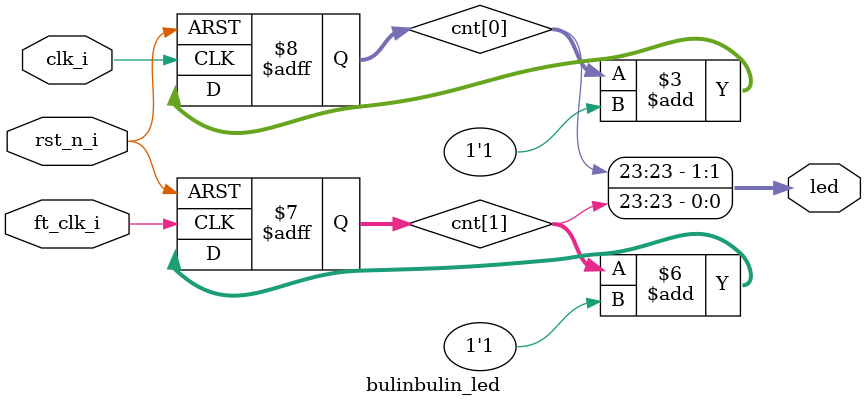
<source format=sv>
`timescale 1ns/1ps
module bulinbulin_led(
	input	logic		rst_n_i,
	input	logic		clk_i,
	input	logic		ft_clk_i,
	output	logic[1:0]	led
);
	
	reg[23:0]	cnt[1:0];
	
	assign led = {cnt[0][23],cnt[1][23]};

	always_ff@(posedge clk_i or negedge rst_n_i)
	if(!rst_n_i)
		cnt[0] <= 'd0;
	else
		cnt[0] <= cnt[0] + 1'b1;
		
	always_ff@(posedge ft_clk_i or negedge rst_n_i)
	if(!rst_n_i)
		cnt[1] <= 'd0;
	else
		cnt[1] <= cnt[1] + 1'b1;
		
endmodule

</source>
